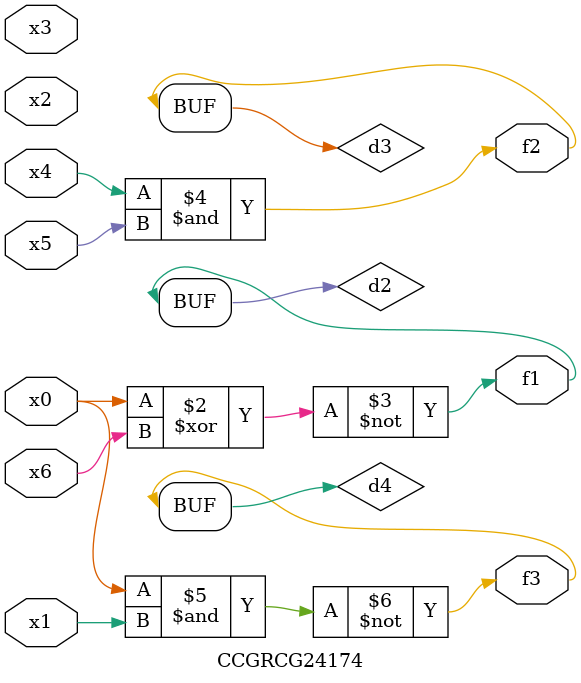
<source format=v>
module CCGRCG24174(
	input x0, x1, x2, x3, x4, x5, x6,
	output f1, f2, f3
);

	wire d1, d2, d3, d4;

	nor (d1, x0);
	xnor (d2, x0, x6);
	and (d3, x4, x5);
	nand (d4, x0, x1);
	assign f1 = d2;
	assign f2 = d3;
	assign f3 = d4;
endmodule

</source>
